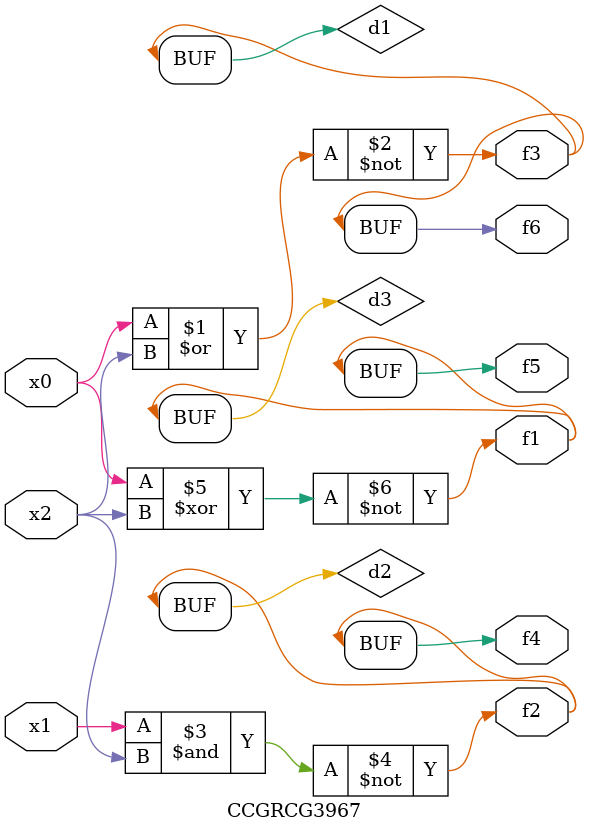
<source format=v>
module CCGRCG3967(
	input x0, x1, x2,
	output f1, f2, f3, f4, f5, f6
);

	wire d1, d2, d3;

	nor (d1, x0, x2);
	nand (d2, x1, x2);
	xnor (d3, x0, x2);
	assign f1 = d3;
	assign f2 = d2;
	assign f3 = d1;
	assign f4 = d2;
	assign f5 = d3;
	assign f6 = d1;
endmodule

</source>
